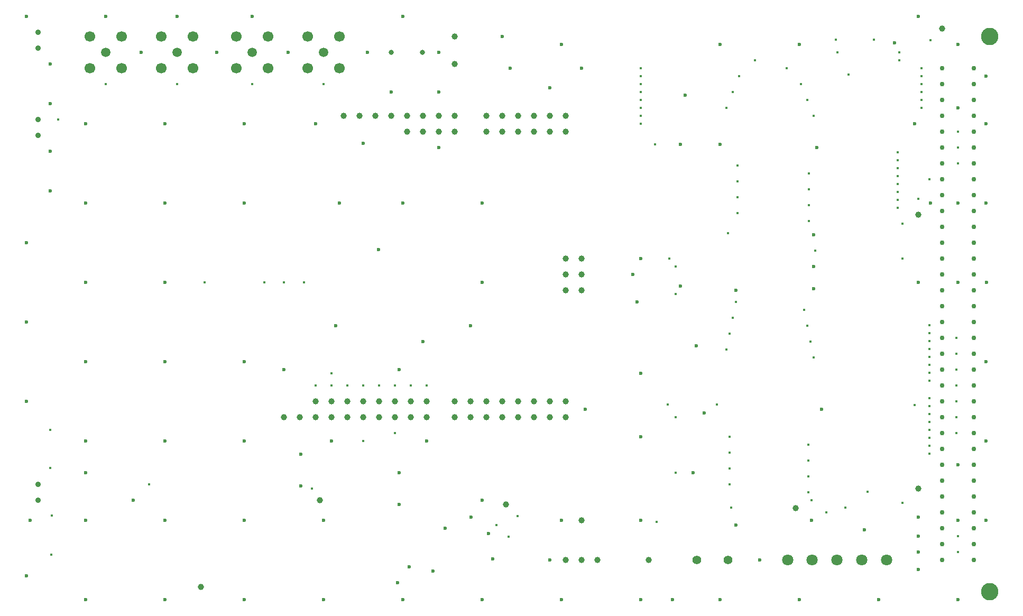
<source format=gbr>
%TF.GenerationSoftware,KiCad,Pcbnew,5.1.10-88a1d61d58~88~ubuntu18.04.1*%
%TF.CreationDate,2021-05-13T12:28:57+02:00*%
%TF.ProjectId,FPGA_buffer_board,46504741-5f62-4756-9666-65725f626f61,1.1*%
%TF.SameCoordinates,Original*%
%TF.FileFunction,Plated,1,2,PTH,Drill*%
%TF.FilePolarity,Positive*%
%FSLAX46Y46*%
G04 Gerber Fmt 4.6, Leading zero omitted, Abs format (unit mm)*
G04 Created by KiCad (PCBNEW 5.1.10-88a1d61d58~88~ubuntu18.04.1) date 2021-05-13 12:28:57*
%MOMM*%
%LPD*%
G01*
G04 APERTURE LIST*
%TA.AperFunction,ViaDrill*%
%ADD10C,0.400000*%
%TD*%
%TA.AperFunction,ViaDrill*%
%ADD11C,0.600000*%
%TD*%
%TA.AperFunction,ComponentDrill*%
%ADD12C,0.762000*%
%TD*%
%TA.AperFunction,ComponentDrill*%
%ADD13C,0.800000*%
%TD*%
%TA.AperFunction,ComponentDrill*%
%ADD14C,0.900000*%
%TD*%
%TA.AperFunction,ComponentDrill*%
%ADD15C,1.000000*%
%TD*%
%TA.AperFunction,ComponentDrill*%
%ADD16C,1.400000*%
%TD*%
%TA.AperFunction,ComponentDrill*%
%ADD17C,1.500000*%
%TD*%
%TA.AperFunction,ComponentDrill*%
%ADD18C,1.700000*%
%TD*%
%TA.AperFunction,ComponentDrill*%
%ADD19C,1.800000*%
%TD*%
%TA.AperFunction,ComponentDrill*%
%ADD20C,2.800000*%
%TD*%
G04 APERTURE END LIST*
D10*
X95885000Y-118872000D03*
X95948500Y-125031500D03*
X96075501Y-138874501D03*
X96139000Y-132588000D03*
X97155000Y-69215000D03*
X104775000Y-63500000D03*
X111760000Y-127635000D03*
X116205000Y-63500000D03*
X120650000Y-95250000D03*
X128270000Y-63500000D03*
X130175000Y-95250000D03*
X133350000Y-95250000D03*
X136525000Y-95250000D03*
X137795000Y-128270000D03*
X138430000Y-111760000D03*
X139700000Y-63500000D03*
X140970000Y-109855000D03*
X140970000Y-111760000D03*
X143510000Y-111760000D03*
X146050000Y-111760000D03*
X146050000Y-120650000D03*
X148590000Y-111760000D03*
X151130000Y-111760000D03*
X151130000Y-119380000D03*
X153670000Y-111760000D03*
X156210000Y-111760000D03*
X167386000Y-134112000D03*
X169291000Y-136017000D03*
X170765499Y-132665499D03*
X190500000Y-60960000D03*
X190500000Y-62230000D03*
X190500000Y-63500000D03*
X190500000Y-64770000D03*
X190500000Y-66040000D03*
X190500000Y-67310000D03*
X190500000Y-68580000D03*
X190500000Y-69850000D03*
X192786000Y-73152000D03*
X193040000Y-133604000D03*
X194818000Y-114808000D03*
X195072000Y-91440000D03*
X196088000Y-92710000D03*
X196088000Y-97155000D03*
X196088000Y-116840000D03*
X196088000Y-125730000D03*
X202692000Y-114808000D03*
X204216000Y-67310000D03*
X204216000Y-106045000D03*
X204470000Y-87406837D03*
X204724000Y-103505000D03*
X204724000Y-120015000D03*
X204724000Y-122555000D03*
X204724000Y-125095000D03*
X204724000Y-127635000D03*
X204978000Y-131318000D03*
X205232000Y-64770000D03*
X205232000Y-100965000D03*
X205740000Y-98425000D03*
X205994000Y-76581000D03*
X205994000Y-79121000D03*
X205994000Y-81661000D03*
X205994000Y-84201000D03*
X206248000Y-62230000D03*
X208788000Y-59690000D03*
X213868000Y-60960000D03*
X216154000Y-63500000D03*
X216662000Y-99695000D03*
X217170000Y-66040000D03*
X217170000Y-102235000D03*
X217297000Y-121285000D03*
X217297000Y-123825000D03*
X217297000Y-126365000D03*
X217297000Y-128905000D03*
X217424000Y-77851000D03*
X217424000Y-80391000D03*
X217424000Y-82931000D03*
X217424000Y-85471000D03*
X217678000Y-104775000D03*
X217805000Y-130175000D03*
X218186000Y-68580000D03*
X218186000Y-107315000D03*
X218440000Y-90170000D03*
X220218000Y-132080000D03*
X221742000Y-56388000D03*
X221996000Y-58420000D03*
X223266000Y-131318000D03*
X223774000Y-61976000D03*
X226822000Y-128778000D03*
X227838000Y-56388000D03*
X231648000Y-74422000D03*
X231648000Y-75692000D03*
X231648000Y-76962000D03*
X231648000Y-78232000D03*
X231648000Y-79502000D03*
X231648000Y-80772000D03*
X231648000Y-82042000D03*
X231648000Y-83312000D03*
X231902000Y-58420000D03*
X231902000Y-59690000D03*
X232410000Y-85852000D03*
X232410000Y-91440000D03*
X232410000Y-130556000D03*
X234315000Y-114935000D03*
X234950000Y-81915000D03*
X235417992Y-61000008D03*
X235458000Y-62230000D03*
X235458000Y-63500000D03*
X235458000Y-64770000D03*
X235458000Y-66040000D03*
X235458000Y-67310000D03*
X236728000Y-78740000D03*
X236728000Y-102108000D03*
X236728000Y-103378000D03*
X236728000Y-104648000D03*
X236728000Y-105918000D03*
X236728000Y-107188000D03*
X236728000Y-108458000D03*
X236728000Y-109728000D03*
X236728000Y-110998000D03*
X236728000Y-113792000D03*
X236728000Y-115062000D03*
X236728000Y-116332000D03*
X236728000Y-117602000D03*
X236728000Y-118872000D03*
X236728000Y-120142000D03*
X236728000Y-121412000D03*
X236728000Y-122682000D03*
X236855000Y-56515000D03*
X241046000Y-104140000D03*
X241046000Y-106680000D03*
X241046000Y-109220000D03*
X241046000Y-111760000D03*
X241046000Y-114300000D03*
X241046000Y-116840000D03*
X241046000Y-119380000D03*
X241300000Y-71120000D03*
X241300000Y-73660000D03*
X241300000Y-76200000D03*
X241300000Y-135890000D03*
X241300000Y-138430000D03*
D11*
X92075000Y-52705000D03*
X92075000Y-88900000D03*
X92075000Y-101600000D03*
X92075000Y-114300000D03*
X92075000Y-142240000D03*
X92710000Y-133350000D03*
X95885000Y-60325000D03*
X95885000Y-66675000D03*
X95885000Y-74295000D03*
X95885000Y-80645000D03*
X101600000Y-69850000D03*
X101600000Y-82550000D03*
X101600000Y-95250000D03*
X101600000Y-107950000D03*
X101600000Y-120650000D03*
X101600000Y-125730000D03*
X101600000Y-133350000D03*
X101600000Y-146050000D03*
X104775000Y-52705000D03*
X109220000Y-130175000D03*
X110490000Y-58420000D03*
X114300000Y-69850000D03*
X114300000Y-82550000D03*
X114300000Y-95250000D03*
X114300000Y-107950000D03*
X114300000Y-120650000D03*
X114300000Y-133350000D03*
X114300000Y-146050000D03*
X116205000Y-52705000D03*
X122555000Y-58420000D03*
X127000000Y-69850000D03*
X127000000Y-82550000D03*
X127000000Y-107950000D03*
X127000000Y-120650000D03*
X127000000Y-133350000D03*
X127000000Y-146050000D03*
X128270000Y-52705000D03*
X133350000Y-109220000D03*
X133985000Y-58420000D03*
X136017000Y-122809000D03*
X136017000Y-127889000D03*
X138430000Y-69850000D03*
X139700000Y-133350000D03*
X139700000Y-146050000D03*
X140970000Y-120650000D03*
X141605000Y-102235000D03*
X142240000Y-82550000D03*
X146050000Y-73025000D03*
X146685000Y-58420000D03*
X148459999Y-90039999D03*
X150495000Y-64770000D03*
X151511000Y-143383000D03*
X151765000Y-109220000D03*
X151765000Y-125730000D03*
X151765000Y-130810000D03*
X152400000Y-52705000D03*
X152400000Y-82550000D03*
X152400000Y-146050000D03*
X153416000Y-140843000D03*
X155575000Y-104775000D03*
X156210000Y-120650000D03*
X157226000Y-141478000D03*
X158115000Y-58420000D03*
X158115000Y-64770000D03*
X158115000Y-73660000D03*
X159131000Y-134620000D03*
X163195000Y-102235000D03*
X163322000Y-132842000D03*
X165100000Y-82550000D03*
X165100000Y-95250000D03*
X165100000Y-130175000D03*
X165100000Y-146050000D03*
X166116000Y-135509000D03*
X166751000Y-139573000D03*
X168275000Y-55880000D03*
X169545000Y-60960000D03*
X175895000Y-64135000D03*
X175895000Y-139700000D03*
X177800000Y-57150000D03*
X177800000Y-133350000D03*
X177800000Y-146050000D03*
X180975000Y-60960000D03*
X181610000Y-115570000D03*
X189230000Y-93980000D03*
X189865000Y-98425000D03*
X190500000Y-91440000D03*
X190500000Y-109855000D03*
X190500000Y-120015000D03*
X190500000Y-133350000D03*
X190500000Y-146050000D03*
X195580000Y-146050000D03*
X196850000Y-73152000D03*
X196850000Y-95885000D03*
X197612000Y-65278000D03*
X198882000Y-125730000D03*
X199390000Y-105410000D03*
X200660000Y-116205000D03*
X203200000Y-57150000D03*
X203200000Y-73152000D03*
X203200000Y-146050000D03*
X205740000Y-96520000D03*
X205740000Y-134112000D03*
X209550000Y-139700000D03*
X215900000Y-57150000D03*
X215900000Y-146050000D03*
X217805000Y-133350000D03*
X218186000Y-87630000D03*
X218186000Y-92710000D03*
X218186000Y-96266000D03*
X218694000Y-73660000D03*
X219456000Y-115570000D03*
X226314000Y-134874000D03*
X228600000Y-146050000D03*
X231140000Y-56896000D03*
X234315000Y-69850000D03*
X234950000Y-52705000D03*
X234950000Y-95250000D03*
X234950000Y-132842000D03*
X234950000Y-135890000D03*
X234950000Y-138430000D03*
X234950000Y-141224000D03*
X236855000Y-82550000D03*
X241300000Y-57150000D03*
X241300000Y-67310000D03*
X241300000Y-82550000D03*
X241300000Y-95250000D03*
X241300000Y-124460000D03*
X241300000Y-133350000D03*
X241300000Y-146050000D03*
X245745000Y-62230000D03*
X245745000Y-69850000D03*
X245745000Y-82550000D03*
X245745000Y-107950000D03*
X245745000Y-120650000D03*
X245745000Y-133350000D03*
X245872000Y-95250000D03*
D12*
%TO.C,J14*%
X238760000Y-60960000D03*
X238760000Y-63500000D03*
X238760000Y-66040000D03*
X238760000Y-68580000D03*
X238760000Y-71120000D03*
X238760000Y-73660000D03*
X238760000Y-76200000D03*
X238760000Y-78740000D03*
X238760000Y-81280000D03*
X238760000Y-83820000D03*
X238760000Y-86360000D03*
X238760000Y-88900000D03*
X238760000Y-91440000D03*
X238760000Y-93980000D03*
X238760000Y-96520000D03*
X238760000Y-99060000D03*
X238760000Y-101600000D03*
X238760000Y-104140000D03*
X238760000Y-106680000D03*
X238760000Y-109220000D03*
X238760000Y-111760000D03*
X238760000Y-114300000D03*
X238760000Y-116840000D03*
X238760000Y-119380000D03*
X238760000Y-121920000D03*
X238760000Y-124460000D03*
X238760000Y-127000000D03*
X238760000Y-129540000D03*
X238760000Y-132080000D03*
X238760000Y-134620000D03*
X238760000Y-137160000D03*
X238760000Y-139700000D03*
X243840000Y-60960000D03*
X243840000Y-63500000D03*
X243840000Y-66040000D03*
X243840000Y-68580000D03*
X243840000Y-71120000D03*
X243840000Y-73660000D03*
X243840000Y-76200000D03*
X243840000Y-78740000D03*
X243840000Y-81280000D03*
X243840000Y-83820000D03*
X243840000Y-86360000D03*
X243840000Y-88900000D03*
X243840000Y-91440000D03*
X243840000Y-93980000D03*
X243840000Y-96520000D03*
X243840000Y-99060000D03*
X243840000Y-101600000D03*
X243840000Y-104140000D03*
X243840000Y-106680000D03*
X243840000Y-109220000D03*
X243840000Y-111760000D03*
X243840000Y-114300000D03*
X243840000Y-116840000D03*
X243840000Y-119380000D03*
X243840000Y-121920000D03*
X243840000Y-124460000D03*
X243840000Y-127000000D03*
X243840000Y-129540000D03*
X243840000Y-132080000D03*
X243840000Y-134620000D03*
X243840000Y-137160000D03*
X243840000Y-139700000D03*
D13*
%TO.C,C1*%
X150495000Y-58420000D03*
X155495000Y-58420000D03*
D14*
%TO.C,D1*%
X93980000Y-55245000D03*
X93980000Y-57785000D03*
%TO.C,D2*%
X93980000Y-69215000D03*
X93980000Y-71755000D03*
%TO.C,D3*%
X93980000Y-127635000D03*
X93980000Y-130175000D03*
D15*
%TO.C,TP4*%
X120015000Y-144065001D03*
%TO.C,J3*%
X133350000Y-116840000D03*
X135890000Y-116840000D03*
%TO.C,J4*%
X138430000Y-114300000D03*
X138430000Y-116840000D03*
%TO.C,TP10*%
X139065000Y-130175000D03*
%TO.C,J4*%
X140970000Y-114300000D03*
X140970000Y-116840000D03*
%TO.C,J5*%
X142875000Y-68580000D03*
%TO.C,J4*%
X143510000Y-114300000D03*
X143510000Y-116840000D03*
%TO.C,J5*%
X145415000Y-68580000D03*
%TO.C,J4*%
X146050000Y-114300000D03*
X146050000Y-116840000D03*
%TO.C,J5*%
X147955000Y-68580000D03*
%TO.C,J4*%
X148590000Y-114300000D03*
X148590000Y-116840000D03*
%TO.C,J5*%
X150495000Y-68580000D03*
%TO.C,J4*%
X151130000Y-114300000D03*
X151130000Y-116840000D03*
%TO.C,J5*%
X153035000Y-68580000D03*
%TO.C,J6*%
X153035000Y-71120000D03*
%TO.C,J4*%
X153670000Y-114300000D03*
X153670000Y-116840000D03*
%TO.C,J5*%
X155575000Y-68580000D03*
%TO.C,J6*%
X155575000Y-71120000D03*
%TO.C,J4*%
X156210000Y-114300000D03*
X156210000Y-116840000D03*
%TO.C,J5*%
X158115000Y-68580000D03*
%TO.C,J6*%
X158115000Y-71120000D03*
%TO.C,TP2*%
X160655000Y-55880000D03*
%TO.C,TP5*%
X160655000Y-60325000D03*
%TO.C,J5*%
X160655000Y-68580000D03*
%TO.C,J6*%
X160655000Y-71120000D03*
%TO.C,J8*%
X160655000Y-114300000D03*
X160655000Y-116840000D03*
X163195000Y-114300000D03*
X163195000Y-116840000D03*
%TO.C,J9*%
X165735000Y-68580000D03*
X165735000Y-71120000D03*
%TO.C,J8*%
X165735000Y-114300000D03*
X165735000Y-116840000D03*
%TO.C,J9*%
X168275000Y-68580000D03*
X168275000Y-71120000D03*
%TO.C,J8*%
X168275000Y-114300000D03*
X168275000Y-116840000D03*
%TO.C,TP11*%
X168910000Y-130810000D03*
%TO.C,J9*%
X170815000Y-68580000D03*
X170815000Y-71120000D03*
%TO.C,J8*%
X170815000Y-114300000D03*
X170815000Y-116840000D03*
%TO.C,J9*%
X173355000Y-68580000D03*
X173355000Y-71120000D03*
%TO.C,J8*%
X173355000Y-114300000D03*
X173355000Y-116840000D03*
%TO.C,J9*%
X175895000Y-68580000D03*
X175895000Y-71120000D03*
%TO.C,J8*%
X175895000Y-114300000D03*
X175895000Y-116840000D03*
%TO.C,J9*%
X178435000Y-68580000D03*
X178435000Y-71120000D03*
%TO.C,J7*%
X178435000Y-91440000D03*
X178435000Y-93980000D03*
X178435000Y-96520000D03*
%TO.C,J8*%
X178435000Y-114300000D03*
X178435000Y-116840000D03*
%TO.C,J12*%
X178435000Y-139700000D03*
%TO.C,J7*%
X180975000Y-91440000D03*
X180975000Y-93980000D03*
X180975000Y-96520000D03*
%TO.C,TP3*%
X180975000Y-133350000D03*
%TO.C,J12*%
X180975000Y-139700000D03*
X183515000Y-139700000D03*
%TO.C,TP1*%
X191770000Y-139700000D03*
%TO.C,TP9*%
X215265000Y-131445000D03*
%TO.C,TP7*%
X234950000Y-84455000D03*
%TO.C,TP8*%
X234950000Y-128270000D03*
%TO.C,TP6*%
X238760000Y-54610000D03*
D16*
%TO.C,J1*%
X199470000Y-139700000D03*
X204470000Y-139700000D03*
D17*
%TO.C,J22*%
X104775000Y-58420000D03*
%TO.C,J23*%
X116205000Y-58420000D03*
%TO.C,J20*%
X128270000Y-58420000D03*
%TO.C,J19*%
X139700000Y-58420000D03*
D18*
%TO.C,J22*%
X102235000Y-55880000D03*
X102235000Y-60960000D03*
X107315000Y-55880000D03*
X107315000Y-60960000D03*
%TO.C,J23*%
X113665000Y-55880000D03*
X113665000Y-60960000D03*
X118745000Y-55880000D03*
X118745000Y-60960000D03*
%TO.C,J20*%
X125730000Y-55880000D03*
X125730000Y-60960000D03*
X130810000Y-55880000D03*
X130810000Y-60960000D03*
%TO.C,J19*%
X137160000Y-55880000D03*
X137160000Y-60960000D03*
X142240000Y-55880000D03*
X142240000Y-60960000D03*
D19*
%TO.C,J2*%
X213995000Y-139700000D03*
X217955000Y-139700000D03*
X221915000Y-139700000D03*
X225875000Y-139700000D03*
X229835000Y-139700000D03*
D20*
%TO.C,J14*%
X246380000Y-55880000D03*
X246380000Y-144780000D03*
M02*

</source>
